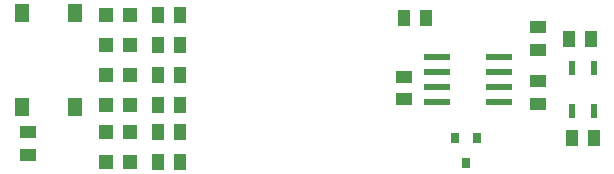
<source format=gtp>
G75*
%MOIN*%
%OFA0B0*%
%FSLAX24Y24*%
%IPPOS*%
%LPD*%
%AMOC8*
5,1,8,0,0,1.08239X$1,22.5*
%
%ADD10R,0.0236X0.0472*%
%ADD11R,0.0394X0.0551*%
%ADD12R,0.0551X0.0394*%
%ADD13R,0.0512X0.0610*%
%ADD14R,0.0472X0.0472*%
%ADD15R,0.0870X0.0240*%
%ADD16R,0.0315X0.0354*%
D10*
X019446Y002811D03*
X020154Y002811D03*
X020154Y004229D03*
X019446Y004229D03*
D11*
X019326Y005220D03*
X020074Y005220D03*
X014574Y005920D03*
X013826Y005920D03*
X006374Y006020D03*
X005626Y006020D03*
X005626Y005020D03*
X006374Y005020D03*
X006374Y004020D03*
X005626Y004020D03*
X005626Y003020D03*
X006374Y003020D03*
X006374Y002120D03*
X005626Y002120D03*
X005626Y001120D03*
X006374Y001120D03*
X019426Y001920D03*
X020174Y001920D03*
D12*
X001300Y001346D03*
X001300Y002094D03*
X013850Y003196D03*
X013850Y003944D03*
X018300Y003794D03*
X018300Y003046D03*
X018300Y004846D03*
X018300Y005594D03*
D13*
X002886Y006085D03*
X001114Y006085D03*
X001114Y002955D03*
X002886Y002955D03*
D14*
X003887Y003020D03*
X004713Y003020D03*
X004713Y002120D03*
X003887Y002120D03*
X003887Y001120D03*
X004713Y001120D03*
X004713Y004020D03*
X003887Y004020D03*
X003887Y005020D03*
X004713Y005020D03*
X004713Y006020D03*
X003887Y006020D03*
D15*
X014930Y004618D03*
X014930Y004118D03*
X014930Y003618D03*
X014930Y003118D03*
X016990Y003118D03*
X016990Y003618D03*
X016990Y004118D03*
X016990Y004618D03*
D16*
X016274Y001914D03*
X015526Y001914D03*
X015900Y001087D03*
M02*

</source>
